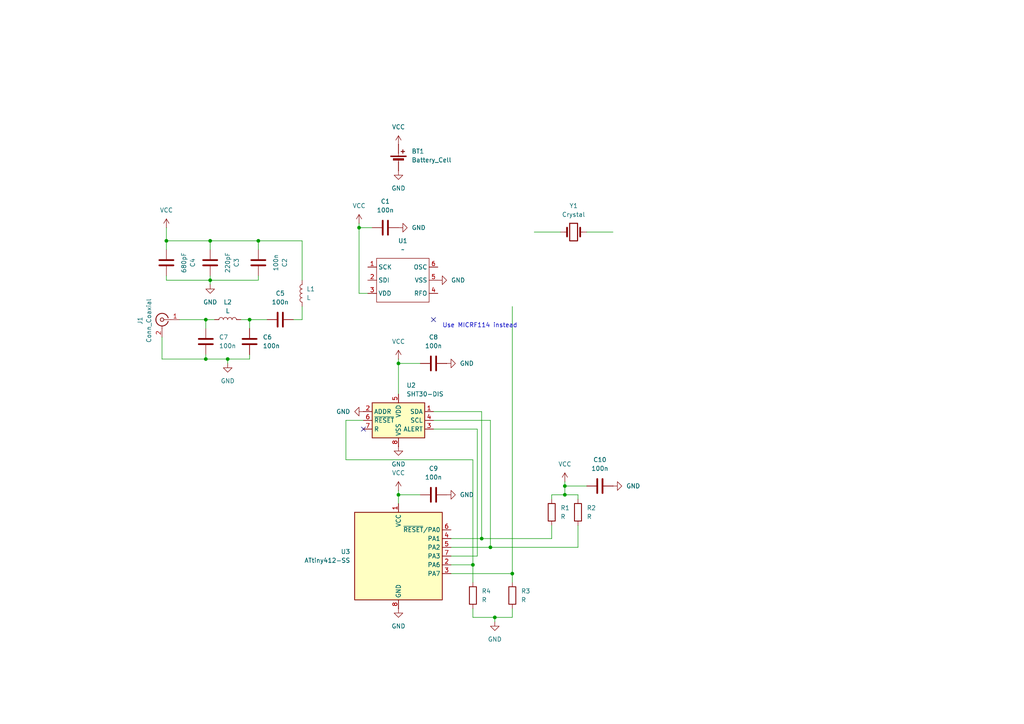
<source format=kicad_sch>
(kicad_sch (version 20250114) (generator "eeschema") (generator_version "9.0")
  (paper "A4")
  (lib_symbols
    (symbol "Connector:Conn_Coaxial" (pin_names (offset 1.016) (hide yes))
      (property "Reference" "J" (at 0.254 3.048 0))
      (property "Value" "Conn_Coaxial" (at 2.921 0 90))
      (symbol "Conn_Coaxial_0_1"
        (polyline (pts (xy -2.54 0) (xy -0.508 0)))
        (arc (start 1.778 0) (mid 0.222 -1.8079) (end -1.778 -0.508) (stroke (width 0.254)))
        (arc (start -1.778 0.508) (mid 0.2221 1.8084) (end 1.778 0) (stroke (width 0.254)))
        (circle (center 0 0) (radius 0.508) (stroke (width 0.2032)))
        (polyline (pts (xy 0 -2.54) (xy 0 -1.778)))
      )
      (symbol "Conn_Coaxial_1_1"
        (pin passive line (at -5.08 0 0) (length 2.54) (name "In") (number "1"))
        (pin passive line (at 0 -5.08 90) (length 2.54) (name "Ext") (number "2"))
      )
    )
    (symbol "Device:Battery_Cell" (pin_numbers (hide yes)) (pin_names (offset 0) (hide yes))
      (property "Reference" "BT" (at 2.54 2.54 0))
      (property "Value" "Battery_Cell" (at 2.54 0 0))
      (symbol "Battery_Cell_0_1"
        (rectangle (start -2.286 1.778) (end 2.286 1.524) (fill (type outline)))
        (rectangle (start -1.524 1.016) (end 1.524 0.508) (fill (type outline)))
        (polyline (pts (xy 0 1.778) (xy 0 2.54)))
        (polyline (pts (xy 0 0.762) (xy 0 0)))
        (polyline (pts (xy 0.762 3.048) (xy 1.778 3.048)) (stroke (width 0.254)))
        (polyline (pts (xy 1.27 3.556) (xy 1.27 2.54)) (stroke (width 0.254)))
      )
      (symbol "Battery_Cell_1_1"
        (pin passive line (at 0 5.08 270) (length 2.54) (name "+") (number "1"))
        (pin passive line (at 0 -2.54 90) (length 2.54) (name "-") (number "2"))
      )
    )
    (symbol "Device:C" (pin_numbers (hide yes)) (pin_names (offset 0.254))
      (property "Reference" "C" (at 0.635 2.54 0))
      (property "Value" "C" (at 0.635 -2.54 0))
      (symbol "C_0_1"
        (polyline (pts (xy -2.032 0.762) (xy 2.032 0.762)) (stroke (width 0.508)))
        (polyline (pts (xy -2.032 -0.762) (xy 2.032 -0.762)) (stroke (width 0.508)))
      )
      (symbol "C_1_1"
        (pin passive line (at 0 3.81 270) (length 2.794) (name "~") (number "1"))
        (pin passive line (at 0 -3.81 90) (length 2.794) (name "~") (number "2"))
      )
    )
    (symbol "Device:Crystal" (pin_numbers (hide yes)) (pin_names (offset 1.016) (hide yes))
      (property "Reference" "Y" (at 0 3.81 0))
      (property "Value" "Crystal" (at 0 -3.81 0))
      (symbol "Crystal_0_1"
        (polyline (pts (xy -2.54 0) (xy -1.905 0)))
        (polyline (pts (xy -1.905 -1.27) (xy -1.905 1.27)) (stroke (width 0.508)))
        (rectangle (start -1.143 2.54) (end 1.143 -2.54) (stroke (width 0.3048)))
        (polyline (pts (xy 1.905 -1.27) (xy 1.905 1.27)) (stroke (width 0.508)))
        (polyline (pts (xy 2.54 0) (xy 1.905 0)))
      )
      (symbol "Crystal_1_1"
        (pin passive line (at -3.81 0 0) (length 1.27) (name "1") (number "1"))
        (pin passive line (at 3.81 0 180) (length 1.27) (name "2") (number "2"))
      )
    )
    (symbol "Device:L" (pin_numbers (hide yes)) (pin_names (offset 1.016) (hide yes))
      (property "Reference" "L" (at -1.27 0 90))
      (property "Value" "L" (at 1.905 0 90))
      (symbol "L_0_1"
        (arc (start 0 2.54) (mid 0.6323 1.905) (end 0 1.27))
        (arc (start 0 1.27) (mid 0.6323 0.635) (end 0 0))
        (arc (start 0 0) (mid 0.6323 -0.635) (end 0 -1.27))
        (arc (start 0 -1.27) (mid 0.6323 -1.905) (end 0 -2.54))
      )
      (symbol "L_1_1"
        (pin passive line (at 0 3.81 270) (length 1.27) (name "1") (number "1"))
        (pin passive line (at 0 -3.81 90) (length 1.27) (name "2") (number "2"))
      )
    )
    (symbol "Device:R" (pin_numbers (hide yes)) (pin_names (offset 0))
      (property "Reference" "R" (at 2.032 0 90))
      (property "Value" "R" (at 0 0 90))
      (symbol "R_0_1"
        (rectangle (start -1.016 -2.54) (end 1.016 2.54) (stroke (width 0.254)))
      )
      (symbol "R_1_1"
        (pin passive line (at 0 3.81 270) (length 1.27) (name "~") (number "1"))
        (pin passive line (at 0 -3.81 90) (length 1.27) (name "~") (number "2"))
      )
    )
    (symbol "MCU_Microchip_ATtiny:ATtiny412-SS"
      (property "Reference" "U" (at -12.7 13.97 0))
      (property "Value" "ATtiny412-SS" (at 2.54 -13.97 0))
      (symbol "ATtiny412-SS_0_1"
        (rectangle (start -12.7 -12.7) (end 12.7 12.7) (stroke (width 0.254)) (fill (type background)))
      )
      (symbol "ATtiny412-SS_1_1"
        (pin power_in line (at 0 15.24 270) (length 2.54) (name "VCC") (number "1"))
        (pin power_in line (at 0 -15.24 90) (length 2.54) (name "GND") (number "8"))
        (pin bidirectional line (at 15.24 7.62 180) (length 2.54) (name "~{RESET}/PA0") (number "6"))
        (pin bidirectional line (at 15.24 5.08 180) (length 2.54) (name "PA1") (number "4"))
        (pin bidirectional line (at 15.24 2.54 180) (length 2.54) (name "PA2") (number "5"))
        (pin bidirectional line (at 15.24 0 180) (length 2.54) (name "PA3") (number "7"))
        (pin bidirectional line (at 15.24 -2.54 180) (length 2.54) (name "PA6") (number "2"))
        (pin bidirectional line (at 15.24 -5.08 180) (length 2.54) (name "PA7") (number "3"))
      )
    )
    (symbol "Sensor_Humidity:SHT30-DIS"
      (property "Reference" "U" (at -6.35 6.35 0))
      (property "Value" "SHT30-DIS" (at 6.35 6.35 0))
      (symbol "SHT30-DIS_0_1"
        (rectangle (start -7.62 5.08) (end 7.62 -5.08) (stroke (width 0.254)) (fill (type background)))
      )
      (symbol "SHT30-DIS_1_1"
        (pin input line (at -10.16 2.54 0) (length 2.54) (name "ADDR") (number "2"))
        (pin input line (at -10.16 0 0) (length 2.54) (name "~{RESET}") (number "6"))
        (pin passive line (at -10.16 -2.54 0) (length 2.54) (name "R") (number "7"))
        (pin power_in line (at 0 7.62 270) (length 2.54) (name "VDD") (number "5"))
        (pin power_in line (at 0 -7.62 90) (length 2.54) (name "VSS") (number "8"))
        (pin passive line (at 0 -7.62 90) (length 2.54) (hide yes) (name "VSS") (number "9"))
        (pin bidirectional line (at 10.16 2.54 180) (length 2.54) (name "SDA") (number "1"))
        (pin input line (at 10.16 0 180) (length 2.54) (name "SCL") (number "4"))
        (pin output line (at 10.16 -2.54 180) (length 2.54) (name "ALERT") (number "3"))
      )
    )
    (symbol "cm_rf_lib:MICRF114"
      (property "Reference" "U" (at 0 0 0))
      (symbol "MICRF114_0_1"
        (rectangle (start -7.62 6.35) (end 7.62 -6.35))
      )
      (symbol "MICRF114_1_1"
        (pin input line (at -10.16 3.81 0) (length 2.54) (name "SCK") (number "1"))
        (pin input line (at -10.16 0 0) (length 2.54) (name "SDI") (number "2"))
        (pin input line (at -10.16 -3.81 0) (length 2.54) (name "VDD") (number "3"))
        (pin input line (at 10.16 3.81 180) (length 2.54) (name "OSC") (number "6"))
        (pin input line (at 10.16 0 180) (length 2.54) (name "VSS") (number "5"))
        (pin output line (at 10.16 -3.81 180) (length 2.54) (name "RFO") (number "4"))
      )
    )
    (symbol "power:GND" (power) (pin_numbers (hide yes)) (pin_names (offset 0) (hide yes))
      (property "Value" "GND" (at 0 -3.81 0))
      (symbol "GND_0_1"
        (polyline (pts (xy 0 0) (xy 0 -1.27) (xy 1.27 -1.27) (xy 0 -2.54) (xy -1.27 -1.27) (xy 0 -1.27)))
      )
      (symbol "GND_1_1"
        (pin power_in line (at 0 0 270) (length 0) (name "~") (number "1"))
      )
    )
    (symbol "power:VCC" (power) (pin_numbers (hide yes)) (pin_names (offset 0) (hide yes))
      (property "Value" "VCC" (at 0 3.556 0))
      (symbol "VCC_0_1"
        (polyline (pts (xy -0.762 1.27) (xy 0 2.54)))
        (polyline (pts (xy 0 2.54) (xy 0.762 1.27)))
        (polyline (pts (xy 0 0) (xy 0 2.54)))
      )
      (symbol "VCC_1_1"
        (pin power_in line (at 0 0 90) (length 0) (name "~") (number "1"))
      )
    )
  )
  (text "Use MICRF114 instead" (at 139.192 94.488 0) (effects (font (size 1.27 1.27))))
  (junction (at 48.26 69.85))
  (junction (at 143.51 179.07))
  (junction (at 72.39 92.71))
  (junction (at 137.16 163.83))
  (junction (at 142.24 158.75))
  (junction (at 163.83 140.97))
  (junction (at 139.7 156.21))
  (junction (at 148.59 166.37))
  (junction (at 74.93 69.85))
  (junction (at 66.04 104.14))
  (junction (at 104.14 66.04))
  (junction (at 115.57 143.51))
  (junction (at 115.57 105.41))
  (junction (at 163.83 143.51))
  (junction (at 59.69 104.14))
  (junction (at 59.69 92.71))
  (junction (at 60.96 81.28))
  (junction (at 60.96 69.85))
  (no_connect (at 105.41 124.46))
  (no_connect (at 125.73 92.71))
  (wire (pts (xy 115.57 143.51) (xy 121.92 143.51)))
  (wire (pts (xy 130.81 166.37) (xy 148.59 166.37)))
  (wire (pts (xy 137.16 163.83) (xy 137.16 168.91)))
  (wire (pts (xy 138.43 124.46) (xy 125.73 124.46)))
  (wire (pts (xy 62.23 92.71) (xy 59.69 92.71)))
  (wire (pts (xy 72.39 104.14) (xy 66.04 104.14)))
  (wire (pts (xy 167.64 144.78) (xy 167.64 143.51)))
  (wire (pts (xy 139.7 156.21) (xy 160.02 156.21)))
  (wire (pts (xy 74.93 69.85) (xy 74.93 72.39)))
  (wire (pts (xy 105.41 121.92) (xy 100.33 121.92)))
  (wire (pts (xy 142.24 121.92) (xy 142.24 158.75)))
  (wire (pts (xy 160.02 143.51) (xy 163.83 143.51)))
  (wire (pts (xy 137.16 176.53) (xy 137.16 179.07)))
  (wire (pts (xy 115.57 104.14) (xy 115.57 105.41)))
  (wire (pts (xy 163.83 140.97) (xy 163.83 143.51)))
  (wire (pts (xy 137.16 133.35) (xy 137.16 163.83)))
  (wire (pts (xy 48.26 80.01) (xy 48.26 81.28)))
  (wire (pts (xy 87.63 81.28) (xy 87.63 69.85)))
  (wire (pts (xy 48.26 66.04) (xy 48.26 69.85)))
  (wire (pts (xy 69.85 92.71) (xy 72.39 92.71)))
  (wire (pts (xy 137.16 179.07) (xy 143.51 179.07)))
  (wire (pts (xy 125.73 119.38) (xy 139.7 119.38)))
  (wire (pts (xy 115.57 105.41) (xy 121.92 105.41)))
  (wire (pts (xy 115.57 142.24) (xy 115.57 143.51)))
  (wire (pts (xy 139.7 119.38) (xy 139.7 156.21)))
  (wire (pts (xy 72.39 102.87) (xy 72.39 104.14)))
  (wire (pts (xy 139.7 156.21) (xy 130.81 156.21)))
  (wire (pts (xy 137.16 163.83) (xy 130.81 163.83)))
  (wire (pts (xy 148.59 166.37) (xy 148.59 88.9)))
  (wire (pts (xy 85.09 92.71) (xy 87.63 92.71)))
  (wire (pts (xy 142.24 158.75) (xy 130.81 158.75)))
  (wire (pts (xy 66.04 104.14) (xy 66.04 105.41)))
  (wire (pts (xy 162.56 67.31) (xy 154.94 67.31)))
  (wire (pts (xy 104.14 66.04) (xy 107.95 66.04)))
  (wire (pts (xy 59.69 92.71) (xy 59.69 95.25)))
  (wire (pts (xy 60.96 72.39) (xy 60.96 69.85)))
  (wire (pts (xy 163.83 140.97) (xy 170.18 140.97)))
  (wire (pts (xy 100.33 121.92) (xy 100.33 133.35)))
  (wire (pts (xy 148.59 176.53) (xy 148.59 179.07)))
  (wire (pts (xy 46.99 97.79) (xy 46.99 104.14)))
  (wire (pts (xy 143.51 179.07) (xy 148.59 179.07)))
  (wire (pts (xy 60.96 81.28) (xy 74.93 81.28)))
  (wire (pts (xy 125.73 121.92) (xy 142.24 121.92)))
  (wire (pts (xy 72.39 95.25) (xy 72.39 92.71)))
  (wire (pts (xy 143.51 180.34) (xy 143.51 179.07)))
  (wire (pts (xy 160.02 144.78) (xy 160.02 143.51)))
  (wire (pts (xy 104.14 66.04) (xy 104.14 85.09)))
  (wire (pts (xy 138.43 161.29) (xy 138.43 124.46)))
  (wire (pts (xy 74.93 81.28) (xy 74.93 80.01)))
  (wire (pts (xy 87.63 69.85) (xy 74.93 69.85)))
  (wire (pts (xy 130.81 161.29) (xy 138.43 161.29)))
  (wire (pts (xy 100.33 133.35) (xy 137.16 133.35)))
  (wire (pts (xy 48.26 69.85) (xy 60.96 69.85)))
  (wire (pts (xy 48.26 72.39) (xy 48.26 69.85)))
  (wire (pts (xy 167.64 152.4) (xy 167.64 158.75)))
  (wire (pts (xy 115.57 105.41) (xy 115.57 114.3)))
  (wire (pts (xy 87.63 92.71) (xy 87.63 88.9)))
  (wire (pts (xy 104.14 64.77) (xy 104.14 66.04)))
  (wire (pts (xy 104.14 85.09) (xy 106.68 85.09)))
  (wire (pts (xy 177.8 67.31) (xy 170.18 67.31)))
  (wire (pts (xy 163.83 139.7) (xy 163.83 140.97)))
  (wire (pts (xy 148.59 166.37) (xy 148.59 168.91)))
  (wire (pts (xy 48.26 81.28) (xy 60.96 81.28)))
  (wire (pts (xy 72.39 92.71) (xy 77.47 92.71)))
  (wire (pts (xy 60.96 80.01) (xy 60.96 81.28)))
  (wire (pts (xy 60.96 82.55) (xy 60.96 81.28)))
  (wire (pts (xy 163.83 143.51) (xy 167.64 143.51)))
  (wire (pts (xy 59.69 104.14) (xy 66.04 104.14)))
  (wire (pts (xy 60.96 69.85) (xy 74.93 69.85)))
  (wire (pts (xy 167.64 158.75) (xy 142.24 158.75)))
  (wire (pts (xy 160.02 152.4) (xy 160.02 156.21)))
  (wire (pts (xy 46.99 104.14) (xy 59.69 104.14)))
  (wire (pts (xy 59.69 102.87) (xy 59.69 104.14)))
  (wire (pts (xy 52.07 92.71) (xy 59.69 92.71)))
  (wire (pts (xy 115.57 143.51) (xy 115.57 146.05)))
  (symbol (lib_id "Device:C") (at 173.99 140.97 270) (unit 1)
    (property "Reference" "C10" (at 173.99 133.35 90))
    (property "Value" "100n" (at 173.99 135.89 90))
    (property "Footprint" "Capacitor_SMD:C_0603_1608Metric_Pad1.08x0.95mm_HandSolder" (effects (hide yes)))
    (property "Description" "Unpolarized capacitor" (effects (hide yes)))
  )
  (symbol (lib_id "Device:R") (at 160.02 148.59 0) (unit 1)
    (property "Reference" "R1" (at 162.56 147.32 0) (effects (justify left)))
    (property "Value" "R" (at 162.56 149.86 0) (effects (justify left)))
    (property "Footprint" "Resistor_SMD:R_0201_0603Metric_Pad0.64x0.40mm_HandSolder" (effects (hide yes)))
    (property "Description" "Resistor" (effects (hide yes)))
  )
  (symbol (lib_id "power:VCC") (at 163.83 139.7 0) (unit 1)
    (property "Reference" "#PWR015" (effects (hide yes)))
    (property "Value" "VCC" (at 163.83 134.62 0))
    (property "Description" "Power symbol creates a global label with name \"VCC\"" (effects (hide yes)))
  )
  (symbol (lib_id "power:GND") (at 115.57 66.04 90) (unit 1)
    (property "Reference" "#PWR04" (effects (hide yes)))
    (property "Value" "GND" (at 119.38 66.04 90) (effects (justify right)))
    (property "Description" "Power symbol creates a global label with name \"GND\" , ground" (effects (hide yes)))
  )
  (symbol (lib_id "cm_rf_lib:MICRF114") (at 116.84 81.28 0) (unit 1)
    (property "Reference" "U1" (at 116.84 69.85 0))
    (property "Value" "~" (at 116.84 72.39 0))
    (property "Footprint" "Package_TO_SOT_SMD:SOT-23-6" (effects (hide yes)))
  )
  (symbol (lib_id "power:GND") (at 129.54 143.51 90) (unit 1)
    (property "Reference" "#PWR013" (effects (hide yes)))
    (property "Value" "GND" (at 133.35 143.51 90) (effects (justify right)))
    (property "Description" "Power symbol creates a global label with name \"GND\" , ground" (effects (hide yes)))
  )
  (symbol (lib_id "power:GND") (at 115.57 49.53 0) (unit 1)
    (property "Reference" "#PWR01" (effects (hide yes)))
    (property "Value" "GND" (at 115.57 54.61 0))
    (property "Description" "Power symbol creates a global label with name \"GND\" , ground" (effects (hide yes)))
  )
  (symbol (lib_id "Connector:Conn_Coaxial") (at 46.99 92.71 0) (mirror y) (unit 1)
    (property "Reference" "J1" (at 40.64 93.0032 90))
    (property "Value" "Conn_Coaxial" (at 43.18 93.0032 90))
    (property "Footprint" "Connector_Coaxial:SMA_Molex_73251-1153_EdgeMount_Horizontal" (effects (hide yes)))
    (property "Description" "coaxial connector (BNC, SMA, SMB, SMC, Cinch/RCA, LEMO, ...)" (effects (hide yes)))
  )
  (symbol (lib_id "Device:C") (at 125.73 143.51 270) (unit 1)
    (property "Reference" "C9" (at 125.73 135.89 90))
    (property "Value" "100n" (at 125.73 138.43 90))
    (property "Footprint" "Capacitor_SMD:C_0603_1608Metric_Pad1.08x0.95mm_HandSolder" (effects (hide yes)))
    (property "Description" "Unpolarized capacitor" (effects (hide yes)))
  )
  (symbol (lib_id "Device:R") (at 137.16 172.72 0) (unit 1)
    (property "Reference" "R4" (at 139.7 171.45 0) (effects (justify left)))
    (property "Value" "R" (at 139.7 173.99 0) (effects (justify left)))
    (property "Footprint" "Resistor_SMD:R_0201_0603Metric_Pad0.64x0.40mm_HandSolder" (effects (hide yes)))
    (property "Description" "Resistor" (effects (hide yes)))
  )
  (symbol (lib_id "power:GND") (at 127 81.28 90) (unit 1)
    (property "Reference" "#PWR05" (effects (hide yes)))
    (property "Value" "GND" (at 130.81 81.28 90) (effects (justify right)))
    (property "Description" "Power symbol creates a global label with name \"GND\" , ground" (effects (hide yes)))
  )
  (symbol (lib_id "Device:C") (at 81.28 92.71 90) (unit 1)
    (property "Reference" "C5" (at 81.28 85.09 90))
    (property "Value" "100n" (at 81.28 87.63 90))
    (property "Footprint" "Capacitor_SMD:C_0603_1608Metric_Pad1.08x0.95mm_HandSolder" (effects (hide yes)))
    (property "Description" "Unpolarized capacitor" (effects (hide yes)))
  )
  (symbol (lib_id "Device:L") (at 87.63 85.09 180) (unit 1)
    (property "Reference" "L1" (at 88.9 83.82 0) (effects (justify right)))
    (property "Value" "L" (at 88.9 86.36 0) (effects (justify right)))
    (property "Footprint" "Inductor_SMD:L_0603_1608Metric_Pad1.05x0.95mm_HandSolder" (effects (hide yes)))
    (property "Description" "Inductor" (effects (hide yes)))
  )
  (symbol (lib_id "Device:Battery_Cell") (at 115.57 46.99 0) (unit 1)
    (property "Reference" "BT1" (at 119.38 43.8785 0) (effects (justify left)))
    (property "Value" "Battery_Cell" (at 119.38 46.4185 0) (effects (justify left)))
    (property "Footprint" "Battery:BatteryHolder_Keystone_103_1x20mm" (effects (hide yes)))
    (property "Description" "Single-cell battery" (effects (hide yes)))
  )
  (symbol (lib_id "power:VCC") (at 48.26 66.04 0) (unit 1)
    (property "Reference" "#PWR08" (effects (hide yes)))
    (property "Value" "VCC" (at 48.26 60.96 0))
    (property "Description" "Power symbol creates a global label with name \"VCC\"" (effects (hide yes)))
  )
  (symbol (lib_id "Device:C") (at 48.26 76.2 180) (unit 1)
    (property "Reference" "C4" (at 55.88 76.2 90))
    (property "Value" "680pF" (at 53.34 76.2 90))
    (property "Footprint" "Capacitor_SMD:C_0603_1608Metric_Pad1.08x0.95mm_HandSolder" (effects (hide yes)))
    (property "Description" "Unpolarized capacitor" (effects (hide yes)))
  )
  (symbol (lib_id "Device:R") (at 148.59 172.72 0) (unit 1)
    (property "Reference" "R3" (at 151.13 171.45 0) (effects (justify left)))
    (property "Value" "R" (at 151.13 173.99 0) (effects (justify left)))
    (property "Footprint" "Resistor_SMD:R_0201_0603Metric_Pad0.64x0.40mm_HandSolder" (effects (hide yes)))
    (property "Description" "Resistor" (effects (hide yes)))
  )
  (symbol (lib_id "Sensor_Humidity:SHT30-DIS") (at 115.57 121.92 0) (unit 1)
    (property "Reference" "U2" (at 117.8835 111.76 0) (effects (justify left)))
    (property "Value" "SHT30-DIS" (at 117.8835 114.3 0) (effects (justify left)))
    (property "Footprint" "Sensor_Humidity:Sensirion_DFN-8-1EP_2.5x2.5mm_P0.5mm_EP1.1x1.7mm" (effects (hide yes)))
    (property "Datasheet" "https://www.sensirion.com/fileadmin/user_upload/customers/sensirion/Dokumente/2_Humidity_Sensors/Datasheets/Sensirion_Humidity_Sensors_SHT3x_Datasheet_digital.pdf" (effects (hide yes)))
    (property "Description" "I²C humidity and temperature sensor, ±2%RH, ±0.2°C, DFN-8" (effects (hide yes)))
  )
  (symbol (lib_id "Device:C") (at 74.93 76.2 180) (unit 1)
    (property "Reference" "C2" (at 82.55 76.2 90))
    (property "Value" "100n" (at 80.01 76.2 90))
    (property "Footprint" "Capacitor_SMD:C_0603_1608Metric_Pad1.08x0.95mm_HandSolder" (effects (hide yes)))
    (property "Description" "Unpolarized capacitor" (effects (hide yes)))
  )
  (symbol (lib_id "power:GND") (at 177.8 140.97 90) (unit 1)
    (property "Reference" "#PWR016" (effects (hide yes)))
    (property "Value" "GND" (at 181.61 140.97 90) (effects (justify right)))
    (property "Description" "Power symbol creates a global label with name \"GND\" , ground" (effects (hide yes)))
  )
  (symbol (lib_id "Device:C") (at 72.39 99.06 0) (unit 1)
    (property "Reference" "C6" (at 76.2 97.79 0) (effects (justify left)))
    (property "Value" "100n" (at 76.2 100.33 0) (effects (justify left)))
    (property "Footprint" "Capacitor_SMD:C_0603_1608Metric_Pad1.08x0.95mm_HandSolder" (effects (hide yes)))
    (property "Description" "Unpolarized capacitor" (effects (hide yes)))
  )
  (symbol (lib_id "power:VCC") (at 115.57 41.91 0) (unit 1)
    (property "Reference" "#PWR02" (effects (hide yes)))
    (property "Value" "VCC" (at 115.57 36.83 0))
    (property "Description" "Power symbol creates a global label with name \"VCC\"" (effects (hide yes)))
  )
  (symbol (lib_id "Device:C") (at 60.96 76.2 180) (unit 1)
    (property "Reference" "C3" (at 68.58 76.2 90))
    (property "Value" "220pF" (at 66.04 76.2 90))
    (property "Footprint" "Capacitor_SMD:C_0603_1608Metric_Pad1.08x0.95mm_HandSolder" (effects (hide yes)))
    (property "Description" "Unpolarized capacitor" (effects (hide yes)))
  )
  (symbol (lib_id "power:GND") (at 66.04 105.41 0) (unit 1)
    (property "Reference" "#PWR07" (effects (hide yes)))
    (property "Value" "GND" (at 66.04 110.49 0))
    (property "Description" "Power symbol creates a global label with name \"GND\" , ground" (effects (hide yes)))
  )
  (symbol (lib_id "power:VCC") (at 104.14 64.77 0) (unit 1)
    (property "Reference" "#PWR03" (effects (hide yes)))
    (property "Value" "VCC" (at 104.14 59.69 0))
    (property "Description" "Power symbol creates a global label with name \"VCC\"" (effects (hide yes)))
  )
  (symbol (lib_id "Device:C") (at 125.73 105.41 270) (unit 1)
    (property "Reference" "C8" (at 125.73 97.79 90))
    (property "Value" "100n" (at 125.73 100.33 90))
    (property "Footprint" "Capacitor_SMD:C_0603_1608Metric_Pad1.08x0.95mm_HandSolder" (effects (hide yes)))
    (property "Description" "Unpolarized capacitor" (effects (hide yes)))
  )
  (symbol (lib_id "Device:R") (at 167.64 148.59 0) (unit 1)
    (property "Reference" "R2" (at 170.18 147.32 0) (effects (justify left)))
    (property "Value" "R" (at 170.18 149.86 0) (effects (justify left)))
    (property "Footprint" "Resistor_SMD:R_0201_0603Metric_Pad0.64x0.40mm_HandSolder" (effects (hide yes)))
    (property "Description" "Resistor" (effects (hide yes)))
  )
  (symbol (lib_id "power:VCC") (at 115.57 104.14 0) (unit 1)
    (property "Reference" "#PWR09" (effects (hide yes)))
    (property "Value" "VCC" (at 115.57 99.06 0))
    (property "Description" "Power symbol creates a global label with name \"VCC\"" (effects (hide yes)))
  )
  (symbol (lib_id "Device:L") (at 66.04 92.71 90) (unit 1)
    (property "Reference" "L2" (at 66.04 87.63 90))
    (property "Value" "L" (at 66.04 90.17 90))
    (property "Footprint" "Inductor_SMD:L_0603_1608Metric_Pad1.05x0.95mm_HandSolder" (effects (hide yes)))
    (property "Description" "Inductor" (effects (hide yes)))
  )
  (symbol (lib_id "Device:C") (at 59.69 99.06 0) (unit 1)
    (property "Reference" "C7" (at 63.5 97.79 0) (effects (justify left)))
    (property "Value" "100n" (at 63.5 100.33 0) (effects (justify left)))
    (property "Footprint" "Capacitor_SMD:C_0603_1608Metric_Pad1.08x0.95mm_HandSolder" (effects (hide yes)))
    (property "Description" "Unpolarized capacitor" (effects (hide yes)))
  )
  (symbol (lib_id "power:GND") (at 60.96 82.55 0) (unit 1)
    (property "Reference" "#PWR06" (effects (hide yes)))
    (property "Value" "GND" (at 60.96 87.63 0))
    (property "Description" "Power symbol creates a global label with name \"GND\" , ground" (effects (hide yes)))
  )
  (symbol (lib_id "power:GND") (at 143.51 180.34 0) (unit 1)
    (property "Reference" "#PWR018" (effects (hide yes)))
    (property "Value" "GND" (at 143.51 185.42 0))
    (property "Description" "Power symbol creates a global label with name \"GND\" , ground" (effects (hide yes)))
  )
  (symbol (lib_id "power:GND") (at 105.41 119.38 270) (unit 1)
    (property "Reference" "#PWR017" (effects (hide yes)))
    (property "Value" "GND" (at 101.6 119.38 90) (effects (justify right)))
    (property "Description" "Power symbol creates a global label with name \"GND\" , ground" (effects (hide yes)))
  )
  (symbol (lib_id "power:GND") (at 129.54 105.41 90) (unit 1)
    (property "Reference" "#PWR010" (effects (hide yes)))
    (property "Value" "GND" (at 133.35 105.41 90) (effects (justify right)))
    (property "Description" "Power symbol creates a global label with name \"GND\" , ground" (effects (hide yes)))
  )
  (symbol (lib_id "Device:Crystal") (at 166.37 67.31 0) (unit 1)
    (property "Reference" "Y1" (at 166.37 59.69 0))
    (property "Value" "Crystal" (at 166.37 62.23 0))
    (property "Footprint" "Crystal:Crystal_SMD_HC49-SD_HandSoldering" (effects (hide yes)))
    (property "Description" "Two pin crystal" (effects (hide yes)))
  )
  (symbol (lib_id "Device:C") (at 111.76 66.04 270) (unit 1)
    (property "Reference" "C1" (at 111.76 58.42 90))
    (property "Value" "100n" (at 111.76 60.96 90))
    (property "Footprint" "Capacitor_SMD:C_0603_1608Metric_Pad1.08x0.95mm_HandSolder" (effects (hide yes)))
    (property "Description" "Unpolarized capacitor" (effects (hide yes)))
  )
  (symbol (lib_id "power:GND") (at 115.57 129.54 0) (unit 1)
    (property "Reference" "#PWR011" (effects (hide yes)))
    (property "Value" "GND" (at 115.57 134.62 0))
    (property "Description" "Power symbol creates a global label with name \"GND\" , ground" (effects (hide yes)))
  )
  (symbol (lib_id "power:GND") (at 115.57 176.53 0) (unit 1)
    (property "Reference" "#PWR014" (effects (hide yes)))
    (property "Value" "GND" (at 115.57 181.61 0))
    (property "Description" "Power symbol creates a global label with name \"GND\" , ground" (effects (hide yes)))
  )
  (symbol (lib_id "MCU_Microchip_ATtiny:ATtiny412-SS") (at 115.57 161.29 0) (unit 1)
    (property "Reference" "U3" (at 101.6 160.02 0) (effects (justify right)))
    (property "Value" "ATtiny412-SS" (at 101.6 162.56 0) (effects (justify right)))
    (property "Footprint" "Package_SO:SOIC-8_3.9x4.9mm_P1.27mm" (effects (hide yes)))
    (property "Datasheet" "http://ww1.microchip.com/downloads/en/DeviceDoc/40001911A.pdf" (effects (hide yes)))
    (property "Description" "20MHz, 4kB Flash, 256B SRAM, 128B EEPROM, SOIC-8" (effects (hide yes)))
  )
  (symbol (lib_id "power:VCC") (at 115.57 142.24 0) (unit 1)
    (property "Reference" "#PWR012" (effects (hide yes)))
    (property "Value" "VCC" (at 115.57 137.16 0))
    (property "Description" "Power symbol creates a global label with name \"VCC\"" (effects (hide yes)))
  )
)
</source>
